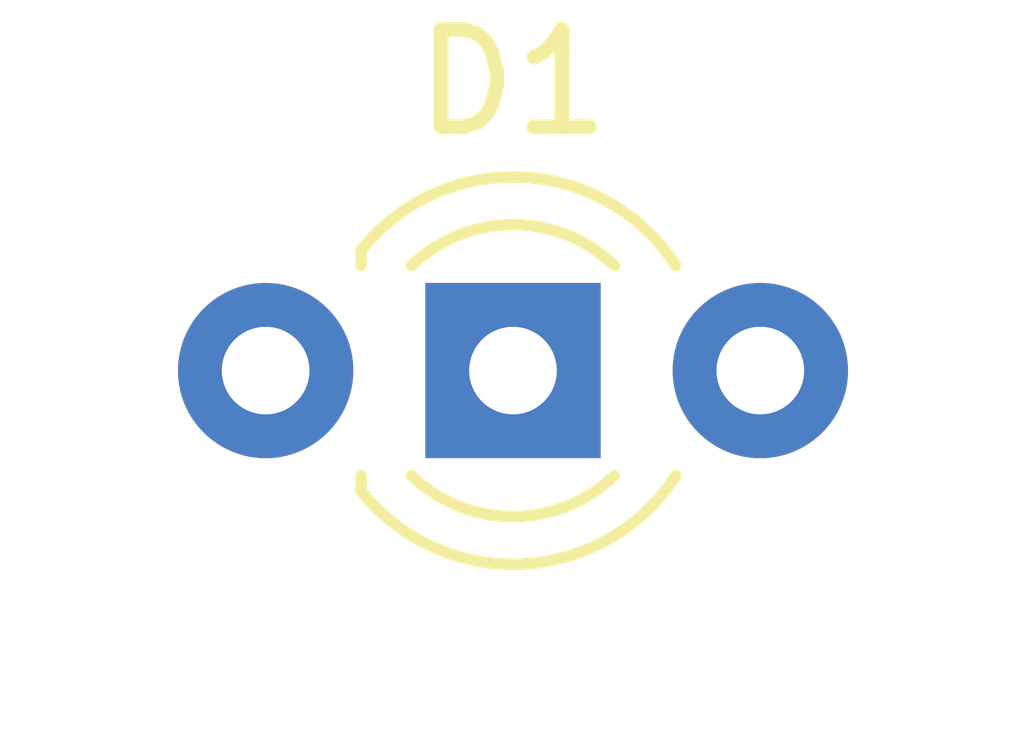
<source format=kicad_pcb>
(kicad_pcb (version 20211014) (generator pcbnew)
  (layers (0 "F.Cu" signal) (31 "B.Cu" signal) (34 "B.Paste" user) (35 "F.Paste" user) (36 "B.SilkS" user "B.Silkscreen") (37 "F.SilkS" user "F.Silkscreen") (38 "B.Mask" user) (39 "F.Mask" user) (44 "Edge.Cuts" user))
  (net 0 "")
  (net 1 "GND")
  (net 2 "Pin0")
  (net 3 "Pin1")
  (footprint "LED_THT:LED_D3.0mm-3" (layer "F.Cu") (at -2.54 0)
    (fp_text reference "D1" (at 2.54 -2.96) (layer "F.SilkS"))
    (fp_text value "LED_Dual_ACA")
    (fp_line (start 0.98 1.08) (end 0.98 1.236) (layer "F.SilkS") (width 0.12))
    (fp_line (start 0.98 -1.236) (end 0.98 -1.08) (layer "F.SilkS") (width 0.12))
    (fp_arc (start 1.499039 -1.08) (mid 2.540117 -1.5) (end 3.58113 -1.079837) (layer "F.SilkS") (width 0.12))
    (fp_arc (start 0.98 -1.235516) (mid 2.636487 -1.987659) (end 4.212335 -1.078608) (layer "F.SilkS") (width 0.12))
    (fp_arc (start 4.212335 1.078608) (mid 2.636487 1.987659) (end 0.98 1.235516) (layer "F.SilkS") (width 0.12))
    (fp_arc (start 3.58113 1.079837) (mid 2.540117 1.5) (end 1.499039 1.08) (layer "F.SilkS") (width 0.12))
    (pad "1" thru_hole circle locked (at 0 0) (size 1.8 1.8) (drill 0.9) (layers *.Cu *.Mask) (net 2 "Pin0"))
    (pad "2" thru_hole rect locked (at 2.54 0) (size 1.8 1.8) (drill 0.9) (layers *.Cu *.Mask) (net 1 "GND"))
    (pad "3" thru_hole circle locked (at 5.08 0) (size 1.8 1.8) (drill 0.9) (layers *.Cu *.Mask) (net 3 "Pin1"))
  )
)
</source>
